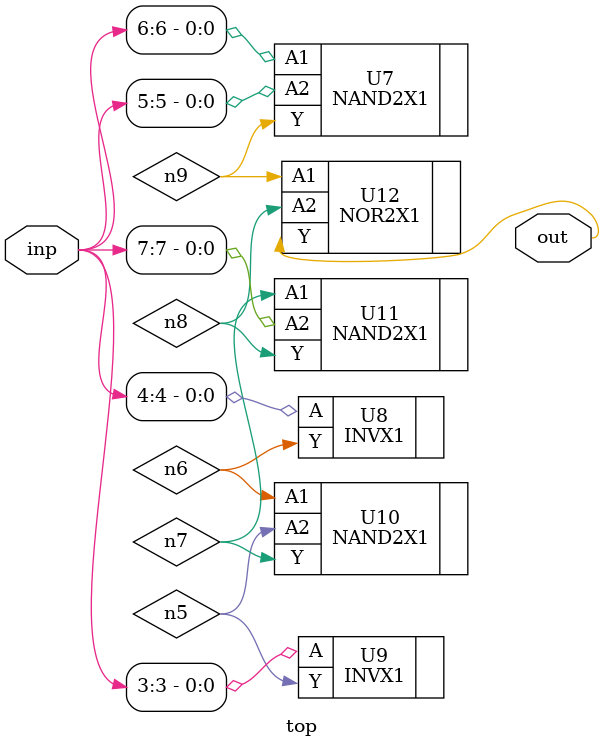
<source format=sv>


module top ( inp, out );
  input [7:0] inp;
  output out;
  wire   n5, n6, n7, n8, n9;

  NAND2X1 U7 ( .A1(inp[6]), .A2(inp[5]), .Y(n9) );
  INVX1 U8 ( .A(inp[4]), .Y(n6) );
  INVX1 U9 ( .A(inp[3]), .Y(n5) );
  NAND2X1 U10 ( .A1(n6), .A2(n5), .Y(n7) );
  NAND2X1 U11 ( .A1(n7), .A2(inp[7]), .Y(n8) );
  NOR2X1 U12 ( .A1(n9), .A2(n8), .Y(out) );
endmodule


</source>
